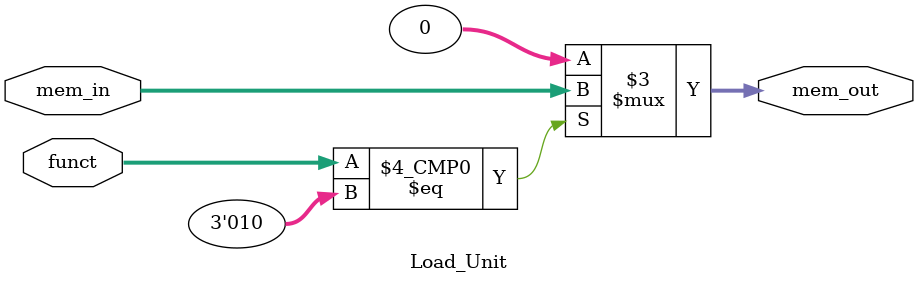
<source format=v>
`timescale 1ns/1ps

module Load_Unit(funct,mem_out,mem_in);
input [31:0] mem_in;
input[2:0] funct;
output reg [31:0] mem_out;

always@(*)
case(funct)
    3'b010://load word
        mem_out=mem_in;
    default:
        mem_out=32'b0;
    endcase

endmodule
</source>
